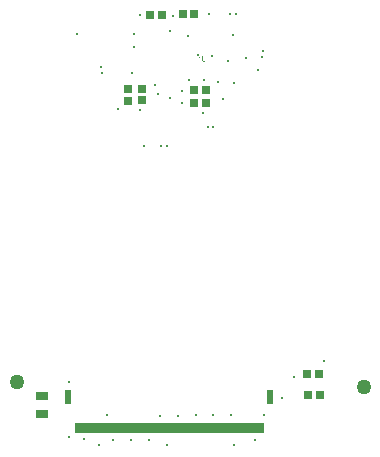
<source format=gts>
G04*
G04 #@! TF.GenerationSoftware,Altium Limited,Altium Designer,22.10.1 (41)*
G04*
G04 Layer_Color=8388736*
%FSLAX25Y25*%
%MOIN*%
G70*
G04*
G04 #@! TF.SameCoordinates,B1027B8B-ED15-4388-B4B1-B9FDCE3A8B77*
G04*
G04*
G04 #@! TF.FilePolarity,Negative*
G04*
G01*
G75*
%ADD18C,0.05000*%
%ADD19R,0.03950X0.02769*%
%ADD20R,0.03162X0.03162*%
%ADD21R,0.02769X0.02769*%
%ADD22R,0.01981X0.03556*%
%ADD23R,0.01981X0.04737*%
%ADD24R,0.02769X0.02769*%
%ADD25C,0.00800*%
G36*
X98284Y142003D02*
X98314Y141958D01*
X98350Y141914D01*
X98383Y141875D01*
X98417Y141842D01*
X98442Y141814D01*
X98453Y141806D01*
X98461Y141798D01*
X98464Y141795D01*
X98466Y141792D01*
X98525Y141745D01*
X98583Y141701D01*
X98638Y141662D01*
X98694Y141632D01*
X98741Y141604D01*
X98760Y141593D01*
X98777Y141585D01*
X98791Y141576D01*
X98802Y141574D01*
X98807Y141568D01*
X98810D01*
Y141341D01*
X98769Y141357D01*
X98727Y141377D01*
X98685Y141396D01*
X98647Y141416D01*
X98613Y141432D01*
X98586Y141446D01*
X98569Y141457D01*
X98566Y141460D01*
X98563D01*
X98514Y141490D01*
X98469Y141521D01*
X98431Y141549D01*
X98400Y141574D01*
X98372Y141593D01*
X98356Y141610D01*
X98342Y141621D01*
X98339Y141623D01*
Y140125D01*
X98104D01*
Y142050D01*
X98256D01*
X98284Y142003D01*
D02*
G37*
G36*
X99563Y140720D02*
Y140662D01*
X99569Y140612D01*
X99572Y140571D01*
X99577Y140538D01*
X99583Y140513D01*
X99586Y140493D01*
X99591Y140482D01*
Y140479D01*
X99602Y140452D01*
X99616Y140429D01*
X99633Y140410D01*
X99647Y140391D01*
X99663Y140380D01*
X99674Y140368D01*
X99683Y140363D01*
X99685Y140360D01*
X99713Y140346D01*
X99741Y140335D01*
X99768Y140330D01*
X99793Y140324D01*
X99818Y140321D01*
X99835Y140319D01*
X99852D01*
X99896Y140321D01*
X99937Y140332D01*
X99971Y140344D01*
X100001Y140360D01*
X100023Y140374D01*
X100040Y140388D01*
X100051Y140396D01*
X100054Y140399D01*
X100068Y140416D01*
X100079Y140435D01*
X100095Y140479D01*
X100112Y140529D01*
X100120Y140579D01*
X100128Y140626D01*
Y140646D01*
X100131Y140662D01*
X100134Y140679D01*
Y140690D01*
Y140695D01*
Y140698D01*
X100364Y140665D01*
Y140612D01*
X100361Y140565D01*
X100353Y140518D01*
X100347Y140477D01*
X100336Y140438D01*
X100325Y140404D01*
X100314Y140371D01*
X100303Y140344D01*
X100289Y140319D01*
X100278Y140296D01*
X100267Y140277D01*
X100256Y140263D01*
X100248Y140252D01*
X100242Y140241D01*
X100239Y140238D01*
X100237Y140235D01*
X100209Y140211D01*
X100181Y140188D01*
X100151Y140169D01*
X100118Y140152D01*
X100054Y140128D01*
X99993Y140111D01*
X99935Y140100D01*
X99913Y140097D01*
X99890Y140094D01*
X99874Y140092D01*
X99849D01*
X99788Y140094D01*
X99732Y140103D01*
X99683Y140114D01*
X99638Y140128D01*
X99602Y140139D01*
X99577Y140150D01*
X99561Y140158D01*
X99555Y140161D01*
X99511Y140188D01*
X99472Y140222D01*
X99442Y140255D01*
X99414Y140285D01*
X99395Y140316D01*
X99381Y140338D01*
X99372Y140355D01*
X99370Y140357D01*
Y140360D01*
X99350Y140416D01*
X99334Y140474D01*
X99322Y140538D01*
X99317Y140598D01*
X99311Y140651D01*
Y140673D01*
X99309Y140695D01*
Y140712D01*
Y140723D01*
Y140731D01*
Y140734D01*
Y142042D01*
X99563D01*
Y140720D01*
D02*
G37*
D18*
X37400Y33400D02*
D03*
X153100Y31900D02*
D03*
D19*
X45900Y28653D02*
D03*
Y22747D02*
D03*
D20*
X134533Y29100D02*
D03*
X138667D02*
D03*
X138267Y36000D02*
D03*
X134133D02*
D03*
D21*
X96668Y156000D02*
D03*
X92731D02*
D03*
X100469Y126600D02*
D03*
X96531D02*
D03*
X100469Y130700D02*
D03*
X96531D02*
D03*
X85769Y155900D02*
D03*
X81832D02*
D03*
D22*
X105047Y18071D02*
D03*
X107016D02*
D03*
X108984D02*
D03*
X110953D02*
D03*
X118827D02*
D03*
X116858D02*
D03*
X114890D02*
D03*
X112921D02*
D03*
X103079Y18071D02*
D03*
X101110D02*
D03*
X99142Y18071D02*
D03*
X97173D02*
D03*
X95205Y18071D02*
D03*
X93236D02*
D03*
X91268Y18071D02*
D03*
X89299D02*
D03*
X87331Y18071D02*
D03*
X85362D02*
D03*
X83394Y18071D02*
D03*
X81425D02*
D03*
X79457Y18071D02*
D03*
X77488D02*
D03*
X75520D02*
D03*
X73551D02*
D03*
X71583D02*
D03*
X69614D02*
D03*
X67646D02*
D03*
X65677D02*
D03*
X63709D02*
D03*
X61740D02*
D03*
X59772D02*
D03*
X57803D02*
D03*
D23*
X121937Y28504D02*
D03*
X54693D02*
D03*
D24*
X74600Y127232D02*
D03*
Y131168D02*
D03*
X79200Y127331D02*
D03*
Y131269D02*
D03*
D25*
X55000Y33600D02*
D03*
X109700Y149200D02*
D03*
X113900Y141600D02*
D03*
X119500Y143900D02*
D03*
X94700Y148809D02*
D03*
X76700Y149600D02*
D03*
X71200Y124400D02*
D03*
X84700Y129500D02*
D03*
X83500Y132500D02*
D03*
X95000Y134200D02*
D03*
X78600Y155900D02*
D03*
X85300Y22000D02*
D03*
X91300Y22200D02*
D03*
X101400Y156200D02*
D03*
X119233Y141733D02*
D03*
X126000Y28000D02*
D03*
X101100Y118500D02*
D03*
X103000D02*
D03*
X89500Y155500D02*
D03*
X88700Y150400D02*
D03*
X108000Y140500D02*
D03*
X78500Y124000D02*
D03*
X110500Y156000D02*
D03*
X108600D02*
D03*
X76000Y136500D02*
D03*
X99500Y123000D02*
D03*
X92500Y126500D02*
D03*
Y130500D02*
D03*
X118000Y137500D02*
D03*
X110000Y133000D02*
D03*
X104500Y133500D02*
D03*
X100000Y134000D02*
D03*
X102500Y142000D02*
D03*
X98000Y142500D02*
D03*
X76500Y145000D02*
D03*
X140000Y40500D02*
D03*
X79800Y112100D02*
D03*
X130000Y35000D02*
D03*
X55000Y15000D02*
D03*
X65000Y12500D02*
D03*
X67500Y22500D02*
D03*
X87500Y12500D02*
D03*
X120000Y22500D02*
D03*
X110000Y12500D02*
D03*
X57600Y149400D02*
D03*
X106200Y127700D02*
D03*
X117000Y14100D02*
D03*
X108900Y22500D02*
D03*
X103000D02*
D03*
X97200Y22300D02*
D03*
X81500Y14100D02*
D03*
X75500Y14000D02*
D03*
X69600D02*
D03*
X59800Y14500D02*
D03*
X65700Y138600D02*
D03*
X65967Y136433D02*
D03*
X88500Y128200D02*
D03*
X87500Y112100D02*
D03*
X85600D02*
D03*
M02*

</source>
